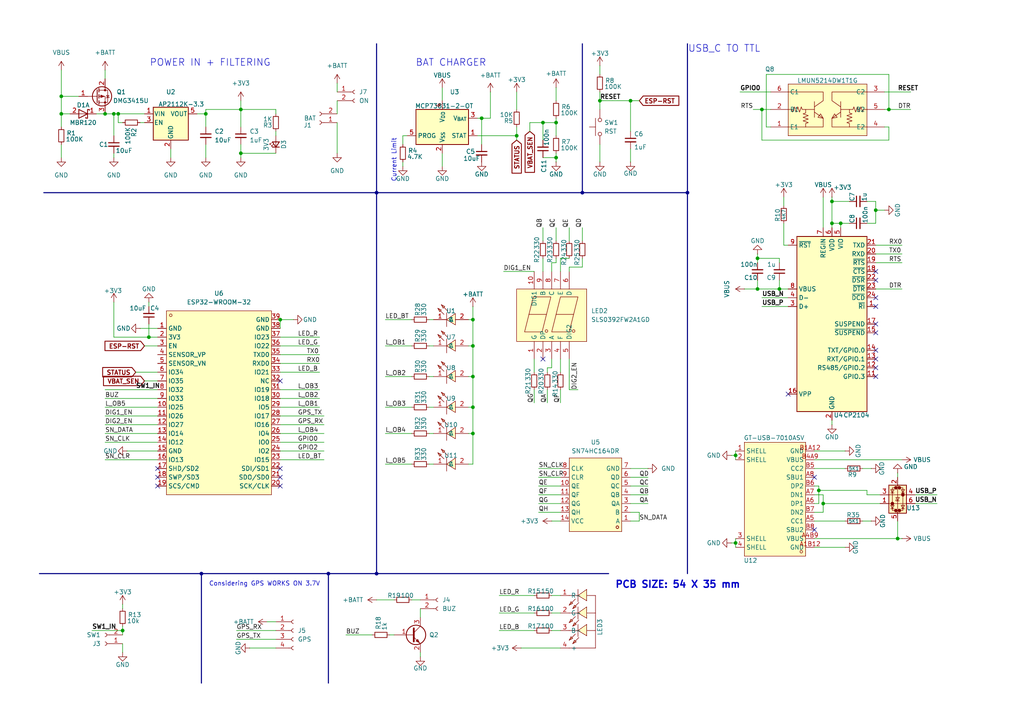
<source format=kicad_sch>
(kicad_sch (version 20231120) (generator "eeschema") (generator_version "8.0")
  (paper "A4")
  (junction (at 33.02 33.02))
  (junction (at 257.81 31.75))
  (junction (at 109.22 55.88))
  (junction (at 137.16 100.33))
  (junction (at 241.3 58.42))
  (junction (at 182.88 29.21))
  (junction (at 137.16 125.73))
  (junction (at 213.36 132.08))
  (junction (at 137.16 118.11))
  (junction (at 109.22 166.37))
  (junction (at 43.18 97.79))
  (junction (at 137.16 92.71))
  (junction (at 69.85 44.45))
  (junction (at 95.25 166.37))
  (junction (at 149.86 39.37))
  (junction (at 17.78 33.02))
  (junction (at 254 60.96))
  (junction (at 81.28 92.71))
  (junction (at 137.16 109.22))
  (junction (at 173.99 29.21))
  (junction (at 157.48 35.56))
  (junction (at 241.3 64.77))
  (junction (at 17.78 27.94))
  (junction (at 161.29 45.72))
  (junction (at 220.98 31.75))
  (junction (at 58.42 166.37))
  (junction (at 213.36 157.48))
  (junction (at 34.29 33.02))
  (junction (at 30.48 33.02))
  (junction (at 260.35 156.21))
  (junction (at 35.56 182.88))
  (junction (at 168.91 55.88))
  (junction (at 237.49 142.24))
  (junction (at 199.39 55.88))
  (junction (at 161.29 35.56))
  (junction (at 238.76 146.05))
  (junction (at 226.06 83.82))
  (junction (at 59.69 33.02))
  (junction (at 139.7 34.29))
  (junction (at 243.84 64.77))
  (junction (at 219.71 74.93))
  (junction (at 219.71 83.82))
  (junction (at 69.85 31.75))
  (no_connect (at 254 101.6))
  (no_connect (at 45.72 135.89))
  (no_connect (at 254 96.52))
  (no_connect (at 254 109.22))
  (no_connect (at 81.28 140.97))
  (no_connect (at 81.28 138.43))
  (no_connect (at 157.48 104.14))
  (no_connect (at 45.72 138.43))
  (no_connect (at 254 81.28))
  (no_connect (at 81.28 110.49))
  (no_connect (at 254 86.36))
  (no_connect (at 254 104.14))
  (no_connect (at 236.22 138.43))
  (no_connect (at 254 78.74))
  (no_connect (at 254 106.68))
  (no_connect (at 236.22 153.67))
  (no_connect (at 228.6 114.3))
  (no_connect (at 254 88.9))
  (no_connect (at 81.28 135.89))
  (no_connect (at 45.72 140.97))
  (no_connect (at 254 93.98))
  (wire (pts (xy 35.56 182.88) (xy 35.56 184.15)))
  (wire (pts (xy 162.56 74.93) (xy 165.1 74.93)))
  (wire (pts (xy 81.28 123.19) (xy 93.98 123.19)))
  (wire (pts (xy 121.92 176.53) (xy 121.92 179.07)))
  (wire (pts (xy 59.69 41.91) (xy 59.69 45.72)))
  (wire (pts (xy 160.02 182.88) (xy 162.56 182.88)))
  (wire (pts (xy 157.48 35.56) (xy 157.48 40.64)))
  (wire (pts (xy 251.46 143.51) (xy 255.27 143.51)))
  (wire (pts (xy 111.76 109.22) (xy 119.38 109.22)))
  (wire (pts (xy 97.79 24.13) (xy 97.79 26.67)))
  (wire (pts (xy 149.86 36.83) (xy 149.86 39.37)))
  (wire (pts (xy 36.83 130.81) (xy 45.72 130.81)))
  (wire (pts (xy 260.35 156.21) (xy 236.22 156.21)))
  (wire (pts (xy 124.46 92.71) (xy 125.73 92.71)))
  (wire (pts (xy 111.76 92.71) (xy 119.38 92.71)))
  (bus (pts (xy 109.22 166.37) (xy 176.53 166.37)))
  (wire (pts (xy 227.33 57.15) (xy 227.33 59.69)))
  (wire (pts (xy 257.81 40.64) (xy 220.98 40.64)))
  (wire (pts (xy 30.48 20.32) (xy 30.48 22.86)))
  (wire (pts (xy 142.24 34.29) (xy 139.7 34.29)))
  (wire (pts (xy 238.76 143.51) (xy 238.76 146.05)))
  (wire (pts (xy 237.49 140.97) (xy 236.22 140.97)))
  (wire (pts (xy 30.48 33.02) (xy 33.02 33.02)))
  (wire (pts (xy 213.36 158.75) (xy 213.36 157.48)))
  (wire (pts (xy 156.21 138.43) (xy 162.56 138.43)))
  (wire (pts (xy 161.29 66.04) (xy 161.29 69.85)))
  (wire (pts (xy 116.84 41.91) (xy 116.84 39.37)))
  (wire (pts (xy 162.56 113.03) (xy 162.56 116.84)))
  (wire (pts (xy 35.56 35.56) (xy 34.29 35.56)))
  (wire (pts (xy 26.67 182.88) (xy 35.56 182.88)))
  (wire (pts (xy 241.3 64.77) (xy 241.3 66.04)))
  (wire (pts (xy 182.88 143.51) (xy 187.96 143.51)))
  (wire (pts (xy 252.73 135.89) (xy 250.19 135.89)))
  (wire (pts (xy 228.6 86.36) (xy 220.98 86.36)))
  (wire (pts (xy 222.25 36.83) (xy 222.25 21.59)))
  (wire (pts (xy 236.22 143.51) (xy 238.76 143.51)))
  (wire (pts (xy 100.33 184.15) (xy 107.95 184.15)))
  (wire (pts (xy 40.64 35.56) (xy 41.91 35.56)))
  (wire (pts (xy 241.3 123.19) (xy 241.3 121.92)))
  (wire (pts (xy 43.18 87.63) (xy 43.18 88.9)))
  (wire (pts (xy 80.01 44.45) (xy 69.85 44.45)))
  (wire (pts (xy 220.98 31.75) (xy 220.98 40.64)))
  (wire (pts (xy 160.02 172.72) (xy 162.56 172.72)))
  (wire (pts (xy 30.48 125.73) (xy 45.72 125.73)))
  (wire (pts (xy 80.01 31.75) (xy 80.01 33.02)))
  (wire (pts (xy 219.71 83.82) (xy 226.06 83.82)))
  (wire (pts (xy 153.67 35.56) (xy 157.48 35.56)))
  (wire (pts (xy 182.88 135.89) (xy 187.96 135.89)))
  (wire (pts (xy 182.88 146.05) (xy 187.96 146.05)))
  (wire (pts (xy 256.54 60.96) (xy 254 60.96)))
  (bus (pts (xy 168.91 55.88) (xy 199.39 55.88)))
  (wire (pts (xy 81.28 92.71) (xy 85.09 92.71)))
  (wire (pts (xy 144.78 172.72) (xy 154.94 172.72)))
  (wire (pts (xy 185.42 151.13) (xy 182.88 151.13)))
  (wire (pts (xy 137.16 109.22) (xy 137.16 100.33)))
  (wire (pts (xy 156.21 148.59) (xy 162.56 148.59)))
  (wire (pts (xy 173.99 46.99) (xy 173.99 41.91)))
  (wire (pts (xy 213.36 157.48) (xy 212.09 157.48)))
  (wire (pts (xy 245.11 158.75) (xy 236.22 158.75)))
  (wire (pts (xy 271.78 143.51) (xy 265.43 143.51)))
  (wire (pts (xy 33.02 33.02) (xy 33.02 39.37)))
  (wire (pts (xy 17.78 33.02) (xy 20.32 33.02)))
  (wire (pts (xy 151.13 187.96) (xy 162.56 187.96)))
  (wire (pts (xy 158.75 113.03) (xy 158.75 116.84)))
  (wire (pts (xy 135.89 109.22) (xy 137.16 109.22)))
  (wire (pts (xy 30.48 113.03) (xy 45.72 113.03)))
  (wire (pts (xy 237.49 142.24) (xy 237.49 140.97)))
  (wire (pts (xy 135.89 118.11) (xy 137.16 118.11)))
  (wire (pts (xy 41.91 100.33) (xy 45.72 100.33)))
  (wire (pts (xy 160.02 78.74) (xy 160.02 76.2)))
  (wire (pts (xy 34.29 35.56) (xy 34.29 33.02)))
  (wire (pts (xy 59.69 31.75) (xy 59.69 33.02)))
  (wire (pts (xy 161.29 35.56) (xy 161.29 39.37)))
  (wire (pts (xy 135.89 134.62) (xy 137.16 134.62)))
  (wire (pts (xy 161.29 76.2) (xy 161.29 74.93)))
  (wire (pts (xy 228.6 88.9) (xy 220.98 88.9)))
  (wire (pts (xy 254 73.66) (xy 261.62 73.66)))
  (wire (pts (xy 30.48 118.11) (xy 45.72 118.11)))
  (wire (pts (xy 168.91 77.47) (xy 168.91 74.93)))
  (wire (pts (xy 222.25 21.59) (xy 257.81 21.59)))
  (wire (pts (xy 17.78 20.32) (xy 17.78 27.94)))
  (wire (pts (xy 245.11 135.89) (xy 236.22 135.89)))
  (wire (pts (xy 256.54 26.67) (xy 264.16 26.67)))
  (wire (pts (xy 69.85 45.72) (xy 69.85 44.45)))
  (wire (pts (xy 185.42 148.59) (xy 185.42 151.13)))
  (wire (pts (xy 81.28 118.11) (xy 92.71 118.11)))
  (wire (pts (xy 111.76 100.33) (xy 119.38 100.33)))
  (wire (pts (xy 69.85 29.21) (xy 69.85 31.75)))
  (wire (pts (xy 182.88 148.59) (xy 185.42 148.59)))
  (wire (pts (xy 111.76 134.62) (xy 119.38 134.62)))
  (wire (pts (xy 241.3 64.77) (xy 243.84 64.77)))
  (bus (pts (xy 109.22 12.7) (xy 109.22 55.88)))
  (wire (pts (xy 238.76 146.05) (xy 238.76 148.59)))
  (bus (pts (xy 58.42 166.37) (xy 58.42 198.12)))
  (wire (pts (xy 226.06 76.2) (xy 226.06 74.93)))
  (bus (pts (xy 109.22 55.88) (xy 168.91 55.88)))
  (wire (pts (xy 30.48 133.35) (xy 45.72 133.35)))
  (wire (pts (xy 124.46 125.73) (xy 125.73 125.73)))
  (wire (pts (xy 257.81 31.75) (xy 264.16 31.75)))
  (wire (pts (xy 160.02 106.68) (xy 160.02 104.14)))
  (wire (pts (xy 49.53 43.18) (xy 49.53 45.72)))
  (wire (pts (xy 165.1 66.04) (xy 165.1 69.85)))
  (wire (pts (xy 271.78 146.05) (xy 265.43 146.05)))
  (wire (pts (xy 144.78 177.8) (xy 154.94 177.8)))
  (wire (pts (xy 228.6 71.12) (xy 227.33 71.12)))
  (wire (pts (xy 128.27 25.4) (xy 128.27 29.21)))
  (wire (pts (xy 161.29 34.29) (xy 161.29 35.56)))
  (wire (pts (xy 165.1 78.74) (xy 165.1 77.47)))
  (wire (pts (xy 161.29 44.45) (xy 161.29 45.72)))
  (wire (pts (xy 30.48 128.27) (xy 45.72 128.27)))
  (wire (pts (xy 153.67 38.1) (xy 153.67 35.56)))
  (wire (pts (xy 213.36 132.08) (xy 212.09 132.08)))
  (wire (pts (xy 260.35 156.21) (xy 260.35 151.13)))
  (wire (pts (xy 121.92 190.5) (xy 121.92 189.23)))
  (wire (pts (xy 182.88 138.43) (xy 187.96 138.43)))
  (wire (pts (xy 254 83.82) (xy 261.62 83.82)))
  (wire (pts (xy 81.28 133.35) (xy 93.98 133.35)))
  (wire (pts (xy 162.56 104.14) (xy 162.56 107.95)))
  (wire (pts (xy 81.28 120.65) (xy 93.98 120.65)))
  (wire (pts (xy 173.99 19.05) (xy 173.99 21.59)))
  (wire (pts (xy 260.35 137.16) (xy 260.35 138.43)))
  (wire (pts (xy 173.99 29.21) (xy 182.88 29.21)))
  (wire (pts (xy 257.81 36.83) (xy 257.81 40.64)))
  (wire (pts (xy 218.44 31.75) (xy 220.98 31.75)))
  (wire (pts (xy 157.48 35.56) (xy 161.29 35.56)))
  (wire (pts (xy 256.54 31.75) (xy 257.81 31.75)))
  (wire (pts (xy 43.18 97.79) (xy 45.72 97.79)))
  (bus (pts (xy 95.25 166.37) (xy 95.25 198.12)))
  (wire (pts (xy 81.28 125.73) (xy 93.98 125.73)))
  (wire (pts (xy 213.36 133.35) (xy 213.36 132.08)))
  (wire (pts (xy 226.06 81.28) (xy 226.06 83.82)))
  (wire (pts (xy 165.1 104.14) (xy 165.1 113.03)))
  (wire (pts (xy 41.91 110.49) (xy 45.72 110.49)))
  (wire (pts (xy 81.28 92.71) (xy 81.28 95.25)))
  (wire (pts (xy 144.78 182.88) (xy 154.94 182.88)))
  (wire (pts (xy 238.76 148.59) (xy 236.22 148.59)))
  (wire (pts (xy 213.36 157.48) (xy 213.36 156.21)))
  (wire (pts (xy 160.02 76.2) (xy 161.29 76.2)))
  (wire (pts (xy 226.06 74.93) (xy 219.71 74.93)))
  (wire (pts (xy 81.28 97.79) (xy 92.71 97.79)))
  (wire (pts (xy 182.88 29.21) (xy 185.42 29.21)))
  (wire (pts (xy 57.15 33.02) (xy 59.69 33.02)))
  (wire (pts (xy 213.36 132.08) (xy 213.36 130.81)))
  (wire (pts (xy 124.46 118.11) (xy 125.73 118.11)))
  (wire (pts (xy 81.28 105.41) (xy 92.71 105.41)))
  (bus (pts (xy 58.42 166.37) (xy 95.25 166.37)))
  (wire (pts (xy 245.11 130.81) (xy 236.22 130.81)))
  (wire (pts (xy 43.18 93.98) (xy 43.18 97.79)))
  (wire (pts (xy 238.76 57.15) (xy 238.76 66.04)))
  (wire (pts (xy 158.75 106.68) (xy 160.02 106.68)))
  (bus (pts (xy 199.39 12.7) (xy 199.39 55.88)))
  (wire (pts (xy 128.27 48.26) (xy 128.27 44.45)))
  (wire (pts (xy 124.46 134.62) (xy 125.73 134.62)))
  (wire (pts (xy 137.16 88.9) (xy 137.16 92.71)))
  (wire (pts (xy 80.01 39.37) (xy 80.01 38.1)))
  (wire (pts (xy 30.48 120.65) (xy 45.72 120.65)))
  (wire (pts (xy 241.3 57.15) (xy 241.3 58.42)))
  (wire (pts (xy 17.78 27.94) (xy 17.78 33.02)))
  (wire (pts (xy 30.48 115.57) (xy 45.72 115.57)))
  (wire (pts (xy 69.85 44.45) (xy 69.85 41.91)))
  (wire (pts (xy 137.16 118.11) (xy 137.16 109.22)))
  (wire (pts (xy 182.88 43.18) (xy 182.88 46.99)))
  (wire (pts (xy 227.33 71.12) (xy 227.33 64.77)))
  (wire (pts (xy 173.99 26.67) (xy 173.99 29.21)))
  (wire (pts (xy 40.64 95.25) (xy 45.72 95.25)))
  (wire (pts (xy 109.22 173.99) (xy 114.3 173.99)))
  (bus (pts (xy 199.39 55.88) (xy 199.39 166.37)))
  (wire (pts (xy 154.94 104.14) (xy 154.94 107.95)))
  (bus (pts (xy 11.43 166.37) (xy 58.42 166.37)))
  (wire (pts (xy 156.21 146.05) (xy 162.56 146.05)))
  (wire (pts (xy 34.29 33.02) (xy 41.91 33.02)))
  (wire (pts (xy 223.52 36.83) (xy 222.25 36.83)))
  (wire (pts (xy 146.05 78.74) (xy 154.94 78.74)))
  (wire (pts (xy 237.49 146.05) (xy 237.49 142.24)))
  (wire (pts (xy 39.37 107.95) (xy 45.72 107.95)))
  (wire (pts (xy 219.71 74.93) (xy 219.71 76.2)))
  (wire (pts (xy 81.28 130.81) (xy 93.98 130.81)))
  (wire (pts (xy 156.21 135.89) (xy 162.56 135.89)))
  (wire (pts (xy 261.62 133.35) (xy 236.22 133.35)))
  (wire (pts (xy 113.03 184.15) (xy 114.3 184.15)))
  (wire (pts (xy 165.1 77.47) (xy 168.91 77.47)))
  (wire (pts (xy 182.88 29.21) (xy 182.88 38.1)))
  (wire (pts (xy 81.28 128.27) (xy 93.98 128.27)))
  (wire (pts (xy 156.21 143.51) (xy 162.56 143.51)))
  (wire (pts (xy 116.84 39.37) (xy 118.11 39.37)))
  (wire (pts (xy 30.48 123.19) (xy 45.72 123.19)))
  (wire (pts (xy 236.22 146.05) (xy 237.49 146.05)))
  (wire (pts (xy 81.28 100.33) (xy 92.71 100.33)))
  (wire (pts (xy 33.02 45.72) (xy 33.02 44.45)))
  (wire (pts (xy 124.46 109.22) (xy 125.73 109.22)))
  (wire (pts (xy 156.21 140.97) (xy 162.56 140.97)))
  (wire (pts (xy 254 76.2) (xy 261.62 76.2)))
  (wire (pts (xy 243.84 64.77) (xy 246.38 64.77)))
  (wire (pts (xy 139.7 34.29) (xy 139.7 41.91)))
  (bus (pts (xy 109.22 55.88) (xy 109.22 166.37)))
  (wire (pts (xy 142.24 26.67) (xy 142.24 34.29)))
  (wire (pts (xy 165.1 113.03) (xy 167.64 113.03)))
  (wire (pts (xy 219.71 73.66) (xy 219.71 74.93)))
  (wire (pts (xy 35.56 175.26) (xy 35.56 176.53)))
  (wire (pts (xy 68.58 185.42) (xy 80.01 185.42)))
  (wire (pts (xy 35.56 181.61) (xy 35.56 182.88)))
  (wire (pts (xy 226.06 83.82) (xy 228.6 83.82)))
  (wire (pts (xy 261.62 156.21) (xy 260.35 156.21)))
  (wire (pts (xy 81.28 113.03) (xy 92.71 113.03)))
  (bus (pts (xy 95.25 166.37) (xy 109.22 166.37)))
  (wire (pts (xy 137.16 100.33) (xy 137.16 92.71)))
  (wire (pts (xy 68.58 182.88) (xy 80.01 182.88)))
  (wire (pts (xy 69.85 31.75) (xy 80.01 31.75)))
  (wire (pts (xy 254 71.12) (xy 261.62 71.12)))
  (wire (pts (xy 182.88 140.97) (xy 187.96 140.97)))
  (wire (pts (xy 168.91 66.04) (xy 168.91 69.85)))
  (wire (pts (xy 135.89 125.73) (xy 137.16 125.73)))
  (bus (pts (xy 168.91 12.7) (xy 168.91 55.88)))
  (wire (pts (xy 158.75 107.95) (xy 158.75 106.68)))
  (wire (pts (xy 17.78 33.02) (xy 17.78 36.83)))
  (wire (pts (xy 173.99 29.21) (xy 173.99 31.75)))
  (wire (pts (xy 160.02 177.8) (xy 162.56 177.8)))
  (wire (pts (xy 161.29 45.72) (xy 161.29 46.99)))
  (wire (pts (xy 161.29 25.4) (xy 161.29 29.21)))
  (wire (pts (xy 219.71 81.28) (xy 219.71 83.82)))
  (wire (pts (xy 59.69 33.02) (xy 59.69 36.83)))
  (wire (pts (xy 243.84 66.04) (xy 243.84 64.77)))
  (wire (pts (xy 116.84 48.26) (xy 116.84 46.99)))
  (wire (pts (xy 254 58.42) (xy 251.46 58.42)))
  (bus (pts (xy 12.7 55.88) (xy 109.22 55.88)))
  (wire (pts (xy 138.43 39.37) (xy 149.86 39.37)))
  (wire (pts (xy 220.98 31.75) (xy 223.52 31.75)))
  (wire (pts (xy 69.85 31.75) (xy 69.85 36.83)))
  (wire (pts (xy 154.94 113.03) (xy 154.94 116.84)))
  (wire (pts (xy 241.3 58.42) (xy 246.38 58.42)))
  (wire (pts (xy 72.39 187.96) (xy 80.01 187.96)))
  (wire (pts (xy 81.28 107.95) (xy 92.71 107.95)))
  (wire (pts (xy 251.46 142.24) (xy 251.46 143.51)))
  (wire (pts (xy 160.02 151.13) (xy 162.56 151.13)))
  (wire (pts (xy 33.02 97.79) (xy 43.18 97.79)))
  (wire (pts (xy 69.85 31.75) (xy 59.69 31.75)))
  (wire (pts (xy 223.52 26.67) (xy 214.63 26.67)))
  (wire (pts (xy 254 60.96) (xy 254 58.42)))
  (wire (pts (xy 162.56 78.74) (xy 162.56 74.93)))
  (wire (pts (xy 97.79 29.21) (xy 97.79 33.02)))
  (wire (pts (xy 149.86 40.64) (xy 149.86 39.37)))
  (wire (pts (xy 33.02 87.63) (xy 33.02 97.79)))
  (wire (pts (xy 257.81 21.59) (xy 257.81 31.75)))
  (wire (pts (xy 97.79 44.45) (xy 97.79 35.56)))
  (wire (pts (xy 124.46 100.33) (xy 125.73 100.33)))
  (wire (pts (xy 81.28 102.87) (xy 92.71 102.87)))
  (wire (pts (xy 252.73 151.13) (xy 250.19 151.13)))
  (wire (pts (xy 119.38 173.99) (xy 121.92 173.99)))
  (wire (pts (xy 137.16 134.62) (xy 137.16 125.73)))
  (wire (pts (xy 139.7 34.29) (xy 138.43 34.29)))
  (wire (pts (xy 111.76 118.11) (xy 119.38 118.11)))
  (wire (pts (xy 251.46 64.77) (xy 254 64.77)))
  (wire (pts (xy 255.27 146.05) (xy 238.76 146.05)))
  (wire (pts (xy 27.94 33.02) (xy 30.48 33.02)))
  (wire (pts (xy 33.02 33.02) (xy 34.29 33.02)))
  (wire (pts (xy 137.16 92.71) (xy 135.89 92.71)))
  (wire (pts (xy 157.48 74.93) (xy 157.48 78.74)))
  (wire (pts (xy 256.54 36.83) (xy 257.81 36.83)))
  (wire (pts (xy 17.78 45.72) (xy 17.78 41.91)))
  (wire (pts (xy 157.48 66.04) (xy 157.48 69.85)))
  (wire (pts (xy 149.86 26.67) (xy 149.86 31.75)))
  (wire (pts (xy 237.49 142.24) (xy 251.46 142.24)))
  (wire (pts (xy 137.16 125.73) (xy 137.16 118.11)))
  (wire (pts (xy 35.56 186.69) (xy 35.56 189.23)))
  (wire (pts (xy 157.48 45.72) (xy 161.29 45.72)))
  (wire (pts (xy 22.86 27.94) (xy 17.78 27.94)))
  (wire (pts (xy 241.3 58.42) (xy 241.3 64.77)))
  (wire (pts (xy 111.76 125.73) (xy 119.38 125.73)))
  (wire (pts (xy 135.89 100.33) (xy 137.16 100.33)))
  (wire (pts (xy 254 64.77) (xy 254 60.96)))
  (wire (pts (xy 215.9 83.82) (xy 219.71 83.82)))
  (wire (pts (xy 81.28 115.57) (xy 92.71 115.57)))
  (wire (pts (xy 245.11 151.13) (xy 236.22 151.13)))
  (wire (pts (xy 77.47 180.34) (xy 80.01 180.34)))
  (text "PCB SIZE: 54 X 35 mm" (at 196.596 169.672 0) (effects (font (size 2 2) (thickness 0.4) (bold yes))))
  (text "Current Limit" (at 114.3 46.482 90) (effects (font (size 1.27 1.27))))
  (text "USB_C TO TTL" (at 210.058 14.224 0) (effects (font (size 2 2))))
  (text "Considering GPS WORKS ON 3.7V " (at 77.216 169.418 0) (effects (font (size 1.27 1.27))))
  (text "BAT CHARGER" (at 130.81 18.288 0) (effects (font (size 2 2))))
  (text "POWER IN + FILTERING" (at 60.96 18.288 0) (effects (font (size 2 2))))
  (label "L_OB4" (at 86.36 125.73 0))
  (label "GPS_RX" (at 68.58 182.88 0))
  (label "GPIO0" (at 86.36 128.27 0))
  (label "L_OB1" (at 86.36 118.11 0))
  (label "LED_G" (at 86.36 100.33 0))
  (label "USB_N" (at 220.98 86.36 0) (effects (font (bold yes))))
  (label "RX0" (at 257.81 71.12 0))
  (label "L_OB5" (at 111.76 134.62 0))
  (label "SN_DATA" (at 185.42 151.13 0))
  (label "DIG1_EN" (at 30.48 120.65 0))
  (label "DIG2_EN" (at 167.64 113.03 90))
  (label "SN_CLR" (at 156.21 138.43 0))
  (label "L_OB2" (at 86.36 115.57 0))
  (label "QB" (at 157.48 66.04 90))
  (label "SW1_IN" (at 26.67 182.88 0) (effects (font (bold yes))))
  (label "SW1_IN" (at 39.37 113.03 0) (effects (font (bold yes))))
  (label "GPS_TX" (at 68.58 185.42 0))
  (label "L_OB3" (at 111.76 118.11 0))
  (label "QC" (at 185.42 140.97 0))
  (label "BUZ" (at 100.33 184.15 0))
  (label "L_OB1" (at 111.76 100.33 0))
  (label "QG" (at 154.94 116.84 90))
  (label "QA" (at 158.75 116.84 90))
  (label "USB_P" (at 220.98 88.9 0) (effects (font (bold yes))))
  (label "LED_R" (at 144.78 172.72 0))
  (label "L_OB3" (at 86.36 113.03 0))
  (label "USB_P" (at 271.78 143.51 180) (effects (font (bold yes))))
  (label "GPIO0" (at 214.63 26.67 0) (effects (font (bold yes))))
  (label "LED_BT" (at 111.76 92.71 0))
  (label "QH" (at 156.21 148.59 0))
  (label "RTS" (at 218.44 31.75 180))
  (label "QD" (at 185.42 138.43 0))
  (label "QB" (at 185.42 143.51 0))
  (label "QA" (at 185.42 146.05 0))
  (label "DIG1_EN" (at 146.05 78.74 0))
  (label "LED_R" (at 86.36 97.79 0))
  (label "L_OB5" (at 30.48 118.11 0))
  (label "LED_B" (at 86.36 107.95 0))
  (label "USB_N" (at 271.78 146.05 180) (effects (font (bold yes))))
  (label "RESET" (at 260.35 26.67 0) (effects (font (bold yes))))
  (label "QG" (at 156.21 146.05 0))
  (label "GPIO2" (at 86.36 130.81 0))
  (label "RESET" (at 173.99 29.21 0) (effects (font (bold yes))))
  (label "DTR" (at 264.16 31.75 180))
  (label "GPS_TX" (at 86.36 120.65 0))
  (label "LED_G" (at 144.78 177.8 0))
  (label "SN_CLK" (at 156.21 135.89 0))
  (label "SN_DATA" (at 30.48 125.73 0))
  (label "LED_B" (at 144.78 182.88 0))
  (label "QF" (at 156.21 143.51 0))
  (label "RTS" (at 257.81 76.2 0))
  (label "BUZ" (at 30.48 115.57 0))
  (label "QC" (at 161.29 66.04 90))
  (label "SN_CLK" (at 30.48 128.27 0))
  (label "TX0" (at 257.81 73.66 0))
  (label "LED_BT" (at 86.36 133.35 0))
  (label "QE" (at 156.21 140.97 0))
  (label "DIG2_EN" (at 30.48 123.19 0))
  (label "RX0" (at 88.9 105.41 0))
  (label "L_OB4" (at 111.76 125.73 0))
  (label "QF" (at 162.56 116.84 90))
  (label "QD" (at 168.91 66.04 90))
  (label "TX0" (at 88.9 102.87 0))
  (label "SN_CLR" (at 30.48 133.35 0))
  (label "DTR" (at 257.81 83.82 0))
  (label "GPS_RX" (at 86.36 123.19 0))
  (label "QE" (at 165.1 66.04 90))
  (label "L_OB2" (at 111.76 109.22 0))
  (global_label "STATUS" (shape input) (at 39.37 107.95 180) (effects (font (bold yes))) (property "Intersheetrefs" "${INTERSHEET_REFS}" (effects (hide yes))))
  (global_label "STATUS" (shape input) (at 149.86 40.64 270) (effects (font (bold yes))) (property "Intersheetrefs" "${INTERSHEET_REFS}" (effects (hide yes))))
  (global_label "VBAT_SEN" (shape input) (at 153.67 38.1 270) (effects (font (bold yes))) (property "Intersheetrefs" "${INTERSHEET_REFS}" (effects (hide yes))))
  (global_label "ESP-RST" (shape input) (at 185.42 29.21 0) (effects (font (bold yes))) (property "Intersheetrefs" "${INTERSHEET_REFS}" (effects (hide yes))))
  (global_label "ESP-RST" (shape input) (at 41.91 100.33 180) (effects (font (bold yes))) (property "Intersheetrefs" "${INTERSHEET_REFS}" (effects (hide yes))))
  (global_label "VBAT_SEN" (shape input) (at 41.91 110.49 180) (effects (font (bold yes))) (property "Intersheetrefs" "${INTERSHEET_REFS}" (effects (hide yes))))
  (symbol (lib_id "Device:C_Small") (at 182.88 40.64 0) (unit 1)
    (property "Reference" "C6" (at 183.896 38.862 0) (effects (justify left)))
    (property "Value" "1uF" (at 183.896 42.672 0) (effects (justify left)))
    (property "Footprint" "Capacitor_SMD:C_0402_1005Metric" (effects (hide yes)))
    (property "Description" "Unpolarized capacitor, small symbol" (effects (hide yes)))
  )
  (symbol (lib_id "Device:R_Small") (at 154.94 110.49 180) (unit 1)
    (property "Reference" "R21" (at 153.162 110.49 90) (effects (justify left)))
    (property "Value" "330" (at 153.162 106.68 90) (effects (justify left)))
    (property "Footprint" "Resistor_SMD:R_0402_1005Metric_Pad0.72x0.64mm_HandSolder" (effects (hide yes)))
    (property "Description" "Resistor, small symbol" (effects (hide yes)))
  )
  (symbol (lib_id "easyeda2kicad:APTD3216SECK") (at 130.81 92.71 0) (unit 1)
    (property "Reference" "U1" (at 130.81 90.17 0))
    (property "Value" "APTD3216SECK" (effects (hide yes)))
    (property "Footprint" "easyeda2kicad:LED1206-RD" (effects (hide yes)))
    (property "LCSC Part" "C5569593" (effects (hide yes)))
  )
  (symbol (lib_id "Device:C_Small") (at 59.69 39.37 0) (unit 1)
    (property "Reference" "C2" (at 62.23 38.1062 0) (effects (justify left)))
    (property "Value" "10uF" (at 62.23 40.6462 0) (effects (justify left)))
    (property "Footprint" "Capacitor_SMD:C_0402_1005Metric" (effects (hide yes)))
    (property "Description" "Unpolarized capacitor, small symbol" (effects (hide yes)))
  )
  (symbol (lib_id "Device:R_Small") (at 116.84 44.45 0) (unit 1)
    (property "Reference" "R4" (at 118.364 43.688 0) (effects (justify left)))
    (property "Value" "4.7K" (at 118.11 45.466 0) (effects (justify left)))
    (property "Footprint" "Resistor_SMD:R_0402_1005Metric_Pad0.72x0.64mm_HandSolder" (effects (hide yes)))
    (property "Description" "Resistor, small symbol" (effects (hide yes)))
  )
  (symbol (lib_id "power:+3V3") (at 33.02 87.63 0) (unit 1)
    (property "Reference" "#PWR049" (effects (hide yes)))
    (property "Value" "+3V3" (at 32.766 84.328 0))
    (property "Description" "Power symbol creates a global label with name \"+3V3\"" (effects (hide yes)))
  )
  (symbol (lib_id "power:GND") (at 69.85 45.72 0) (unit 1)
    (property "Reference" "#PWR012" (effects (hide yes)))
    (property "Value" "GND" (at 69.85 50.8 0))
    (property "Description" "Power symbol creates a global label with name \"GND\" , ground" (effects (hide yes)))
  )
  (symbol (lib_id "power:VBUS") (at 238.76 57.15 0) (unit 1)
    (property "Reference" "#PWR032" (effects (hide yes)))
    (property "Value" "VBUS" (at 238.76 53.594 0))
    (property "Description" "Power symbol creates a global label with name \"VBUS\"" (effects (hide yes)))
  )
  (symbol (lib_id "power:GND") (at 245.11 130.81 90) (unit 1)
    (property "Reference" "#PWR047" (effects (hide yes)))
    (property "Value" "GND" (at 248.92 132.842 0) (effects (justify left)))
  )
  (symbol (lib_id "Device:R_Small") (at 121.92 92.71 90) (unit 1)
    (property "Reference" "R28" (at 121.158 91.694 0) (effects (justify left)))
    (property "Value" "330" (at 122.936 91.694 0) (effects (justify left)))
    (property "Footprint" "Resistor_SMD:R_0402_1005Metric_Pad0.72x0.64mm_HandSolder" (effects (hide yes)))
    (property "Description" "Resistor, small symbol" (effects (hide yes)))
  )
  (symbol (lib_id "power:GND") (at 36.83 130.81 270) (unit 1)
    (property "Reference" "#PWR051" (effects (hide yes)))
    (property "Value" "GND" (at 29.972 130.81 90) (effects (justify left)))
  )
  (symbol (lib_id "Device:Q_PMOS_GDS") (at 27.94 27.94 0) (unit 1)
    (property "Reference" "Q1" (at 33.782 26.67 0) (effects (justify left)))
    (property "Value" "DMG3415U" (at 32.766 29.21 0) (effects (justify left)))
    (property "Footprint" "Package_TO_SOT_SMD:SOT-23" (effects (hide yes)))
    (property "Description" "P-MOSFET transistor, gate/drain/source" (effects (hide yes)))
    (property "LCSC " "C96616" (effects (hide yes)))
  )
  (symbol (lib_id "power:GND") (at 212.09 132.08 270) (unit 1)
    (property "Reference" "#PWR039" (effects (hide yes)))
    (property "Value" "GND" (at 204.978 132.08 90) (effects (justify left)))
  )
  (symbol (lib_id "Device:R_Small") (at 173.99 24.13 0) (unit 1)
    (property "Reference" "R8" (at 175.514 23.368 0) (effects (justify left)))
    (property "Value" "100K" (at 175.26 25.146 0) (effects (justify left)))
    (property "Footprint" "Resistor_SMD:R_0402_1005Metric_Pad0.72x0.64mm_HandSolder" (effects (hide yes)))
    (property "Description" "Resistor, small symbol" (effects (hide yes)))
  )
  (symbol (lib_id "power:GND") (at 212.09 157.48 270) (unit 1)
    (property "Reference" "#PWR023" (effects (hide yes)))
    (property "Value" "GND" (at 204.978 157.48 90) (effects (justify left)))
  )
  (symbol (lib_id "power:GND") (at 33.02 45.72 0) (unit 1)
    (property "Reference" "#PWR07" (effects (hide yes)))
    (property "Value" "GND" (at 33.02 50.8 0))
    (property "Description" "Power symbol creates a global label with name \"GND\" , ground" (effects (hide yes)))
  )
  (symbol (lib_id "Device:R_Small") (at 121.92 100.33 90) (unit 1)
    (property "Reference" "R29" (at 121.158 99.314 0) (effects (justify left)))
    (property "Value" "330" (at 122.936 99.314 0) (effects (justify left)))
    (property "Footprint" "Resistor_SMD:R_0402_1005Metric_Pad0.72x0.64mm_HandSolder" (effects (hide yes)))
    (property "Description" "Resistor, small symbol" (effects (hide yes)))
  )
  (symbol (lib_id "Device:R_Small") (at 80.01 35.56 180) (unit 1)
    (property "Reference" "R3" (at 78.994 36.322 0) (effects (justify left)))
    (property "Value" "1K" (at 78.994 34.544 0) (effects (justify left)))
    (property "Footprint" "Resistor_SMD:R_0402_1005Metric_Pad0.72x0.64mm_HandSolder" (effects (hide yes)))
    (property "Description" "Resistor, small symbol" (effects (hide yes)))
  )
  (symbol (lib_id "Device:C_Small") (at 248.92 58.42 90) (unit 1)
    (property "Reference" "C7" (at 247.142 58.42 0) (effects (justify left)))
    (property "Value" "1u" (at 250.698 58.42 0) (effects (justify left)))
    (property "Footprint" "Capacitor_SMD:C_0402_1005Metric" (effects (hide yes)))
    (property "Description" "Unpolarized capacitor, small symbol" (effects (hide yes)))
  )
  (symbol (lib_id "Device:R_Small") (at 121.92 125.73 90) (unit 1)
    (property "Reference" "R32" (at 121.158 124.714 0) (effects (justify left)))
    (property "Value" "330" (at 122.936 124.714 0) (effects (justify left)))
    (property "Footprint" "Resistor_SMD:R_0402_1005Metric_Pad0.72x0.64mm_HandSolder" (effects (hide yes)))
    (property "Description" "Resistor, small symbol" (effects (hide yes)))
  )
  (symbol (lib_id "easyeda2kicad:APTD3216SECK") (at 130.81 100.33 0) (unit 1)
    (property "Reference" "U7" (at 130.81 97.79 0))
    (property "Value" "APTD3216SECK" (effects (hide yes)))
    (property "Footprint" "easyeda2kicad:LED1206-RD" (effects (hide yes)))
    (property "LCSC Part" "C5879029" (effects (hide yes)))
  )
  (symbol (lib_id "Device:R_Small") (at 157.48 182.88 90) (unit 1)
    (property "Reference" "R17" (at 154.94 181.61 90))
    (property "Value" "100" (at 158.75 181.61 90))
    (property "Footprint" "Resistor_SMD:R_0402_1005Metric" (effects (hide yes)))
    (property "LCSC" "C186115" (effects (hide yes)))
  )
  (symbol (lib_id "power:GND") (at 17.78 45.72 0) (unit 1)
    (property "Reference" "#PWR02" (effects (hide yes)))
    (property "Value" "GND" (at 17.78 50.8 0))
    (property "Description" "Power symbol creates a global label with name \"GND\" , ground" (effects (hide yes)))
  )
  (symbol (lib_id "Device:R_Small") (at 157.48 177.8 90) (unit 1)
    (property "Reference" "R16" (at 154.94 176.53 90))
    (property "Value" "100" (at 158.75 176.53 90))
    (property "Footprint" "Resistor_SMD:R_0402_1005Metric" (effects (hide yes)))
    (property "LCSC" "C186115" (effects (hide yes)))
  )
  (symbol (lib_id "power:VBUS") (at 261.62 156.21 270) (unit 1)
    (property "Reference" "#PWR055" (effects (hide yes)))
    (property "Value" "VBUS" (at 267.462 156.21 90))
    (property "Description" "Power symbol creates a global label with name \"VBUS\"" (effects (hide yes)))
  )
  (symbol (lib_id "power:VBUS") (at 261.62 133.35 270) (unit 1)
    (property "Reference" "#PWR056" (effects (hide yes)))
    (property "Value" "VBUS" (at 267.462 133.35 90))
    (property "Description" "Power symbol creates a global label with name \"VBUS\"" (effects (hide yes)))
  )
  (symbol (lib_id "power:GND") (at 121.92 190.5 0) (unit 1)
    (property "Reference" "#PWR04" (effects (hide yes)))
    (property "Value" "GND" (at 121.92 193.802 0))
    (property "Description" "Power symbol creates a global label with name \"GND\" , ground" (effects (hide yes)))
  )
  (symbol (lib_id "power:VBUS") (at 215.9 83.82 90) (unit 1)
    (property "Reference" "#PWR033" (effects (hide yes)))
    (property "Value" "VBUS" (at 210.82 83.82 0))
    (property "Description" "Power symbol creates a global label with name \"VBUS\"" (effects (hide yes)))
  )
  (symbol (lib_id "power:GND") (at 49.53 45.72 0) (unit 1)
    (property "Reference" "#PWR08" (effects (hide yes)))
    (property "Value" "GND" (at 49.53 50.8 0))
    (property "Description" "Power symbol creates a global label with name \"GND\" , ground" (effects (hide yes)))
  )
  (symbol (lib_id "power:+BATT") (at 97.79 24.13 0) (unit 1)
    (property "Reference" "#PWR016" (effects (hide yes)))
    (property "Value" "+BATT" (at 97.79 19.05 0))
    (property "Description" "Power symbol creates a global label with name \"+BATT\"" (effects (hide yes)))
  )
  (symbol (lib_id "Connector:Conn_01x04_Socket") (at 85.09 182.88 0) (unit 1)
    (property "Reference" "J5" (at 86.36 182.8799 0) (effects (justify left)))
    (property "Value" "GPS" (at 86.36 185.4199 0) (effects (justify left)))
    (property "Footprint" "Connector_PinSocket_2.54mm:PinSocket_1x04_P2.54mm_Vertical" (effects (hide yes)))
    (property "Description" "Generic connector, single row, 01x04, script generated" (effects (hide yes)))
  )
  (symbol (lib_id "easyeda2kicad:SN74HC164DR") (at 172.72 143.51 180) (unit 1)
    (property "Reference" "U5" (at 172.72 128.27 0))
    (property "Value" "SN74HC164DR" (at 172.72 130.81 0))
    (property "Footprint" "easyeda2kicad:SOIC-14_L8.7-W3.9-P1.27-LS6.0-BL" (effects (hide yes)))
    (property "Datasheet" "https://lcsc.com/product-detail/74-Series_TI_SN74HC164DR_SN74HC164DR_C5419.html" (effects (hide yes)))
    (property "LCSC Part" "C5419" (effects (hide yes)))
  )
  (symbol (lib_id "Device:R_Small") (at 247.65 135.89 270) (unit 1)
    (property "Reference" "R9" (at 245.872 137.668 90) (effects (justify left)))
    (property "Value" "5K1" (at 246.126 135.89 90) (effects (font (size 1 1)) (justify left)))
    (property "Footprint" "Resistor_SMD:R_0402_1005Metric_Pad0.72x0.64mm_HandSolder" (effects (hide yes)))
    (property "Description" "Resistor, small symbol" (effects (hide yes)))
  )
  (symbol (lib_id "Device:LED_Small") (at 80.01 41.91 90) (unit 1)
    (property "Reference" "D3" (at 82.296 41.91 0))
    (property "Value" "3V3" (at 77.216 41.91 0))
    (property "Footprint" "LED_SMD:LED_0402_1005Metric" (effects (hide yes)))
    (property "Description" "Light emitting diode, small symbol" (effects (hide yes)))
  )
  (symbol (lib_id "easyeda2kicad:19-037A_RSGHBHW1-S03_2T") (at 167.64 180.34 270) (unit 1)
    (property "Reference" "LED3" (at 173.99 179.4499 0) (effects (justify left)))
    (property "Value" "19-037A/RSGHBHW1-S03/2T" (effects (hide yes)))
    (property "Footprint" "easyeda2kicad:LED-ARRAY-SMD_4P-L1.6-W1.6-TR_EVERLIGHT_RSGHBHW1-S03" (effects (hide yes)))
    (property "Datasheet" "https://lcsc.com/product-detail/Others_Everlight-Elec-19-037A-RSGHBHW1-S03-2T_C282128.html" (effects (hide yes)))
    (property "LCSC Part" "C282128" (effects (hide yes)))
  )
  (symbol (lib_id "power:GND") (at 40.64 95.25 270) (unit 1)
    (property "Reference" "#PWR050" (effects (hide yes)))
    (property "Value" "GND" (at 33.782 95.25 90) (effects (justify left)))
  )
  (symbol (lib_id "Device:R_Small") (at 121.92 118.11 90) (unit 1)
    (property "Reference" "R31" (at 121.158 117.094 0) (effects (justify left)))
    (property "Value" "330" (at 122.936 117.094 0) (effects (justify left)))
    (property "Footprint" "Resistor_SMD:R_0402_1005Metric_Pad0.72x0.64mm_HandSolder" (effects (hide yes)))
    (property "Description" "Resistor, small symbol" (effects (hide yes)))
  )
  (symbol (lib_id "power:+BATT") (at 161.29 25.4 0) (unit 1)
    (property "Reference" "#PWR024" (effects (hide yes)))
    (property "Value" "+BATT" (at 161.29 21.336 0))
    (property "Description" "Power symbol creates a global label with name \"+BATT\"" (effects (hide yes)))
  )
  (symbol (lib_id "Device:R_Small") (at 158.75 110.49 180) (unit 1)
    (property "Reference" "R20" (at 156.972 110.49 90) (effects (justify left)))
    (property "Value" "330" (at 156.972 106.68 90) (effects (justify left)))
    (property "Footprint" "Resistor_SMD:R_0402_1005Metric_Pad0.72x0.64mm_HandSolder" (effects (hide yes)))
    (property "Description" "Resistor, small symbol" (effects (hide yes)))
  )
  (symbol (lib_id "Device:R_Small") (at 247.65 151.13 90) (unit 1)
    (property "Reference" "R35" (at 249.428 149.352 90) (effects (justify left)))
    (property "Value" "5K1" (at 249.174 151.13 90) (effects (font (size 1 1)) (justify left)))
    (property "Footprint" "Resistor_SMD:R_0402_1005Metric_Pad0.72x0.64mm_HandSolder" (effects (hide yes)))
    (property "Description" "Resistor, small symbol" (effects (hide yes)))
  )
  (symbol (lib_id "Device:R_Small") (at 121.92 109.22 90) (unit 1)
    (property "Reference" "R30" (at 121.158 108.204 0) (effects (justify left)))
    (property "Value" "330" (at 122.936 108.204 0) (effects (justify left)))
    (property "Footprint" "Resistor_SMD:R_0402_1005Metric_Pad0.72x0.64mm_HandSolder" (effects (hide yes)))
    (property "Description" "Resistor, small symbol" (effects (hide yes)))
  )
  (symbol (lib_id "Device:R_Small") (at 121.92 134.62 90) (unit 1)
    (property "Reference" "R33" (at 121.158 133.604 0) (effects (justify left)))
    (property "Value" "330" (at 122.936 133.604 0) (effects (justify left)))
    (property "Footprint" "Resistor_SMD:R_0402_1005Metric_Pad0.72x0.64mm_HandSolder" (effects (hide yes)))
    (property "Description" "Resistor, small symbol" (effects (hide yes)))
  )
  (symbol (lib_id "power:GND") (at 116.84 48.26 0) (unit 1)
    (property "Reference" "#PWR018" (effects (hide yes)))
    (property "Value" "GND" (at 116.84 51.816 0))
    (property "Description" "Power symbol creates a global label with name \"GND\" , ground" (effects (hide yes)))
  )
  (symbol (lib_id "power:GND") (at 35.56 189.23 0) (unit 1)
    (property "Reference" "#PWR038" (effects (hide yes)))
    (property "Value" "GND" (at 35.56 192.786 0))
    (property "Description" "Power symbol creates a global label with name \"GND\" , ground" (effects (hide yes)))
  )
  (symbol (lib_id "power:+3V3") (at 241.3 57.15 0) (unit 1)
    (property "Reference" "#PWR031" (effects (hide yes)))
    (property "Value" "+3V3" (at 244.348 54.356 0))
    (property "Description" "Power symbol creates a global label with name \"+3V3\"" (effects (hide yes)))
  )
  (symbol (lib_id "Device:R_Small") (at 149.86 34.29 180) (unit 1)
    (property "Reference" "R5" (at 148.844 35.052 0) (effects (justify left)))
    (property "Value" "10K" (at 148.844 33.274 0) (effects (justify left)))
    (property "Footprint" "Resistor_SMD:R_0402_1005Metric_Pad0.72x0.64mm_HandSolder" (effects (hide yes)))
    (property "Description" "Resistor, small symbol" (effects (hide yes)))
  )
  (symbol (lib_id "power:+3V3") (at 173.99 19.05 0) (unit 1)
    (property "Reference" "#PWR026" (effects (hide yes)))
    (property "Value" "+3V3" (at 173.99 15.494 0))
    (property "Description" "Power symbol creates a global label with name \"+3V3\"" (effects (hide yes)))
  )
  (symbol (lib_id "Device:R_Small") (at 161.29 41.91 0) (unit 1)
    (property "Reference" "R7" (at 162.814 41.148 0) (effects (justify left)))
    (property "Value" "100K" (at 162.56 42.926 0) (effects (justify left)))
    (property "Footprint" "Resistor_SMD:R_0402_1005Metric_Pad0.72x0.64mm_HandSolder" (effects (hide yes)))
    (property "Description" "Resistor, small symbol" (effects (hide yes)))
  )
  (symbol (lib_id "easyeda2kicad:SLS0392FW2A1GD") (at 160.02 91.44 0) (unit 1)
    (property "Reference" "LED2" (at 171.45 90.1699 0) (effects (justify left)))
    (property "Value" "SLS0392FW2A1GD" (at 171.45 92.7099 0) (effects (justify left)))
    (property "Footprint" "easyeda2kicad:LED-SEG-SMD_SLS0392FW2A1GD" (effects (hide yes)))
    (property "Datasheet" "https://lcsc.com/product-detail/Led-Segment-Display_SUNLIGHT-SLS0392FW2A1GD_C226001.html" (effects (hide yes)))
    (property "LCSC Part" "C226001" (effects (hide yes)))
  )
  (symbol (lib_id "Device:R_Small") (at 161.29 31.75 0) (unit 1)
    (property "Reference" "R6" (at 162.814 30.988 0) (effects (justify left)))
    (property "Value" "100K" (at 162.56 32.766 0) (effects (justify left)))
    (property "Footprint" "Resistor_SMD:R_0402_1005Metric_Pad0.72x0.64mm_HandSolder" (effects (hide yes)))
    (property "Description" "Resistor, small symbol" (effects (hide yes)))
  )
  (symbol (lib_id "power:+3V3") (at 69.85 29.21 0) (unit 1)
    (property "Reference" "#PWR011" (effects (hide yes)))
    (property "Value" "+3V3" (at 69.85 24.13 0))
    (property "Description" "Power symbol creates a global label with name \"+3V3\"" (effects (hide yes)))
  )
  (symbol (lib_id "easyeda2kicad:GT-USB-7010ASV") (at 223.52 143.51 180) (unit 1)
    (property "Reference" "U12" (at 217.678 162.56 0))
    (property "Value" "GT-USB-7010ASV" (at 224.536 127 0))
    (property "Footprint" "easyeda2kicad:USB-C-SMD_G-SWITCH_GT-USB-7010ASV" (effects (hide yes)))
    (property "LCSC Part" "C2988369" (effects (hide yes)))
  )
  (symbol (lib_id "power:+3V3") (at 151.13 187.96 90) (unit 1)
    (property "Reference" "#PWR040" (effects (hide yes)))
    (property "Value" "+3V3" (at 145.034 187.96 90))
    (property "Description" "Power symbol creates a global label with name \"+3V3\"" (effects (hide yes)))
  )
  (symbol (lib_id "Device:R_Small") (at 162.56 110.49 180) (unit 1)
    (property "Reference" "R14" (at 161.036 111.252 90) (effects (justify left)))
    (property "Value" "330" (at 161.036 107.442 90) (effects (justify left)))
    (property "Footprint" "Resistor_SMD:R_0402_1005Metric_Pad0.72x0.64mm_HandSolder" (effects (hide yes)))
    (property "Description" "Resistor, small symbol" (effects (hide yes)))
  )
  (symbol (lib_id "power:GND") (at 252.73 135.89 90) (unit 1)
    (property "Reference" "#PWR053" (effects (hide yes)))
    (property "Value" "GND" (at 255.778 137.922 0) (effects (justify left)))
  )
  (symbol (lib_id "Device:C_Small") (at 157.48 43.18 180) (unit 1)
    (property "Reference" "C11" (at 157.734 46.228 90) (effects (justify left)))
    (property "Value" "100n" (at 158.496 37.338 90) (effects (justify left)))
    (property "Footprint" "Capacitor_SMD:C_0402_1005Metric" (effects (hide yes)))
    (property "Description" "Unpolarized capacitor, small symbol" (effects (hide yes)))
  )
  (symbol (lib_id "power:GND") (at 161.29 46.99 0) (unit 1)
    (property "Reference" "#PWR025" (effects (hide yes)))
    (property "Value" "GND" (at 161.29 50.546 0))
    (property "Description" "Power symbol creates a global label with name \"GND\" , ground" (effects (hide yes)))
  )
  (symbol (lib_id "power:+BATT") (at 137.16 88.9 0) (unit 1)
    (property "Reference" "#PWR010" (effects (hide yes)))
    (property "Value" "+BATT" (at 137.16 85.344 0))
    (property "Description" "Power symbol creates a global label with name \"+BATT\"" (effects (hide yes)))
  )
  (symbol (lib_id "Device:R_Small") (at 116.84 173.99 90) (unit 1)
    (property "Reference" "R19" (at 114.3 172.72 90))
    (property "Value" "100" (at 118.11 172.72 90))
    (property "Footprint" "Resistor_SMD:R_0402_1005Metric" (effects (hide yes)))
    (property "LCSC" "C186115" (effects (hide yes)))
  )
  (symbol (lib_id "power:+BATT") (at 30.48 20.32 0) (unit 1)
    (property "Reference" "#PWR06" (effects (hide yes)))
    (property "Value" "+BATT" (at 30.48 15.24 0))
    (property "Description" "Power symbol creates a global label with name \"+BATT\"" (effects (hide yes)))
  )
  (symbol (lib_id "power:GND") (at 43.18 87.63 180) (unit 1)
    (property "Reference" "#PWR014" (effects (hide yes)))
    (property "Value" "GND" (at 43.18 83.82 0))
    (property "Description" "Power symbol creates a global label with name \"GND\" , ground" (effects (hide yes)))
  )
  (symbol (lib_id "power:+BATT") (at 142.24 26.67 0) (unit 1)
    (property "Reference" "#PWR022" (effects (hide yes)))
    (property "Value" "+BATT" (at 142.24 21.844 0))
    (property "Description" "Power symbol creates a global label with name \"+BATT\"" (effects (hide yes)))
  )
  (symbol (lib_id "power:GND") (at 72.39 187.96 270) (unit 1)
    (property "Reference" "#PWR041" (effects (hide yes)))
    (property "Value" "GND" (at 69.088 187.96 0))
    (property "Description" "Power symbol creates a global label with name \"GND\" , ground" (effects (hide yes)))
  )
  (symbol (lib_id "Battery_Management:MCP73831-2-OT") (at 128.27 36.83 0) (unit 1)
    (property "Reference" "U3" (at 130.4641 26.67 0) (effects (justify left)))
    (property "Value" "MCP73831-2-OT" (at 120.396 30.734 0) (effects (justify left)))
    (property "Footprint" "Package_TO_SOT_SMD:SOT-23-5" (effects (hide yes)))
    (property "Datasheet" "http://ww1.microchip.com/downloads/en/DeviceDoc/20001984g.pdf" (effects (hide yes)))
    (property "Description" "Single cell, Li-Ion/Li-Po charge management controller, 4.20V, Tri-State Status Output, in SOT23-5 package" (effects (hide yes)))
    (property "lLCSC" "C38066" (effects (hide yes)))
  )
  (symbol (lib_id "power:GND") (at 85.09 92.71 90) (unit 1)
    (property "Reference" "#PWR052" (effects (hide yes)))
    (property "Value" "GND" (at 91.948 92.71 90) (effects (justify left)))
  )
  (symbol (lib_id "Device:R_Small") (at 161.29 72.39 180) (unit 1)
    (property "Reference" "R23" (at 159.512 72.39 90) (effects (justify left)))
    (property "Value" "330" (at 159.512 68.58 90) (effects (justify left)))
    (property "Footprint" "Resistor_SMD:R_0402_1005Metric_Pad0.72x0.64mm_HandSolder" (effects (hide yes)))
    (property "Description" "Resistor, small symbol" (effects (hide yes)))
  )
  (symbol (lib_id "Device:C_Small") (at 43.18 91.44 180) (unit 1)
    (property "Reference" "C4" (at 46.228 89.408 0) (effects (justify left)))
    (property "Value" "10uF" (at 42.418 89.408 0) (effects (justify left)))
    (property "Footprint" "Capacitor_SMD:C_0402_1005Metric" (effects (hide yes)))
    (property "Description" "Unpolarized capacitor, small symbol" (effects (hide yes)))
  )
  (symbol (lib_id "power:GND") (at 173.99 46.99 0) (unit 1)
    (property "Reference" "#PWR027" (effects (hide yes)))
    (property "Value" "GND" (at 173.99 50.546 0))
    (property "Description" "Power symbol creates a global label with name \"GND\" , ground" (effects (hide yes)))
  )
  (symbol (lib_id "power:GND") (at 182.88 46.99 0) (unit 1)
    (property "Reference" "#PWR028" (effects (hide yes)))
    (property "Value" "GND" (at 182.88 50.292 0))
    (property "Description" "Power symbol creates a global label with name \"GND\" , ground" (effects (hide yes)))
  )
  (symbol (lib_id "Device:R_Small") (at 17.78 39.37 0) (unit 1)
    (property "Reference" "R1" (at 19.304 38.608 0) (effects (justify left)))
    (property "Value" "100K" (at 19.05 40.386 0) (effects (justify left)))
    (property "Footprint" "Resistor_SMD:R_0402_1005Metric_Pad0.72x0.64mm_HandSolder" (effects (hide yes)))
    (property "Description" "Resistor, small symbol" (effects (hide yes)))
  )
  (symbol (lib_id "power:+3V3") (at 35.56 175.26 0) (unit 1)
    (property "Reference" "#PWR037" (effects (hide yes)))
    (property "Value" "+3V3" (at 35.56 171.704 0))
    (property "Description" "Power symbol creates a global label with name \"+3V3\"" (effects (hide yes)))
  )
  (symbol (lib_id "Device:R_Small") (at 168.91 72.39 180) (unit 1)
    (property "Reference" "R25" (at 167.386 73.152 90) (effects (justify left)))
    (property "Value" "330" (at 167.386 69.342 90) (effects (justify left)))
    (property "Footprint" "Resistor_SMD:R_0402_1005Metric_Pad0.72x0.64mm_HandSolder" (effects (hide yes)))
    (property "Description" "Resistor, small symbol" (effects (hide yes)))
  )
  (symbol (lib_id "Interface_USB:CP2104") (at 241.3 93.98 0) (unit 1)
    (property "Reference" "U4" (at 241.808 120.396 0) (effects (justify left)))
    (property "Value" "CP2104" (at 244.602 120.396 0) (effects (justify left)))
    (property "Footprint" "Package_DFN_QFN:QFN-24-1EP_4x4mm_P0.5mm_EP2.6x2.6mm" (effects (hide yes)))
    (property "Datasheet" "https://www.silabs.com/documents/public/data-sheets/cp2104.pdf" (effects (hide yes)))
    (property "Description" "Single-Chip USB-to-UART Bridge, USB 2.0 Full-Speed, 2Mbps UART, QFN-24" (effects (hide yes)))
    (property "LCSC" "C47742" (effects (hide yes)))
  )
  (symbol (lib_id "Device:D_Schottky_Dual_CommonAnode_KAK_Split") (at 24.13 33.02 0) (unit 1)
    (property "Reference" "D1" (at 24.13 30.48 0))
    (property "Value" "MBR120" (at 24.13 35.56 0))
    (property "Footprint" "Diode_SMD:D_SOD-123" (effects (hide yes)))
    (property "Description" "Dual Schottky diode, common anode on pin 1" (effects (hide yes)))
    (property "LCSC" "C7422640" (effects (hide yes)))
  )
  (symbol (lib_id "easyeda2kicad:APTD3216SECK") (at 130.81 118.11 0) (unit 1)
    (property "Reference" "U9" (at 130.81 115.57 0))
    (property "Value" "APTD3216SECK" (effects (hide yes)))
    (property "Footprint" "easyeda2kicad:LED1206-RD" (effects (hide yes)))
    (property "LCSC Part" "C5879029" (effects (hide yes)))
  )
  (symbol (lib_id "easyeda2kicad:ESP32-WROOM-32") (at 63.5 118.11 0) (unit 1)
    (property "Reference" "U6" (at 63.5 85.09 0))
    (property "Value" "ESP32-WROOM-32" (at 63.5 87.63 0))
    (property "Footprint" "easyeda2kicad:WIFIM-SMD_ESP32-WROOM-32-N4" (effects (hide yes)))
    (property "Datasheet" "https://lcsc.com/product-detail/WIFI-Modules_ESP-32S_C82899.html" (effects (hide yes)))
    (property "LCSC Part" "C82899" (effects (hide yes)))
  )
  (symbol (lib_id "Device:R_Small") (at 157.48 72.39 180) (unit 1)
    (property "Reference" "R22" (at 155.702 72.39 90) (effects (justify left)))
    (property "Value" "330" (at 155.702 68.58 90) (effects (justify left)))
    (property "Footprint" "Resistor_SMD:R_0402_1005Metric_Pad0.72x0.64mm_HandSolder" (effects (hide yes)))
    (property "Description" "Resistor, small symbol" (effects (hide yes)))
  )
  (symbol (lib_id "Switch:SW_Push") (at 173.99 36.83 90) (unit 1)
    (property "Reference" "SW1" (at 175.26 35.5599 90) (effects (justify right)))
    (property "Value" "RST" (at 175.26 38.0999 90) (effects (justify right)))
    (property "Footprint" "Connector_PinSocket_2.54mm:PinSocket_1x02_P2.54mm_Vertical" (effects (hide yes)))
    (property "Description" "Push button switch, generic, two pins" (effects (hide yes)))
  )
  (symbol (lib_id "Device:C_Small") (at 69.85 39.37 0) (unit 1)
    (property "Reference" "C3" (at 72.39 38.1062 0) (effects (justify left)))
    (property "Value" "1uF" (at 72.39 40.6462 0) (effects (justify left)))
    (property "Footprint" "Capacitor_SMD:C_0402_1005Metric" (effects (hide yes)))
    (property "Description" "Unpolarized capacitor, small symbol" (effects (hide yes)))
  )
  (symbol (lib_id "power:GND") (at 252.73 151.13 90) (unit 1)
    (property "Reference" "#PWR048" (effects (hide yes)))
    (property "Value" "GND" (at 256.032 153.162 0) (effects (justify left)))
  )
  (symbol (lib_id "power:VBUS") (at 128.27 25.4 0) (unit 1)
    (property "Reference" "#PWR019" (effects (hide yes)))
    (property "Value" "VBUS" (at 128.27 21.844 0))
    (property "Description" "Power symbol creates a global label with name \"VBUS\"" (effects (hide yes)))
  )
  (symbol (lib_id "power:GND") (at 139.7 46.99 0) (unit 1)
    (property "Reference" "#PWR021" (effects (hide yes)))
    (property "Value" "GND" (at 139.7 50.546 0))
    (property "Description" "Power symbol creates a global label with name \"GND\" , ground" (effects (hide yes)))
  )
  (symbol (lib_id "Regulator_Linear:AP2112K-3.3") (at 49.53 35.56 0) (unit 1)
    (property "Reference" "U2" (at 49.53 26.67 0))
    (property "Value" "AP2112K-3.3" (at 52.578 30.226 0))
    (property "Footprint" "Package_TO_SOT_SMD:SOT-23-5" (effects (hide yes)))
    (property "Datasheet" "https://www.diodes.com/assets/Datasheets/AP2112.pdf" (effects (hide yes)))
    (property "Description" "600mA low dropout linear regulator, with enable pin, 3.8V-6V input voltage range, 3.3V fixed positive output, SOT-23-5" (effects (hide yes)))
    (property "LCSC" "C3021085" (effects (hide yes)))
  )
  (symbol (lib_id "Device:C_Small") (at 226.06 78.74 180) (unit 1)
    (property "Reference" "C9" (at 225.044 80.518 0) (effects (justify left)))
    (property "Value" "1u" (at 225.044 76.708 0) (effects (justify left)))
    (property "Footprint" "Capacitor_SMD:C_0402_1005Metric" (effects (hide yes)))
    (property "Description" "Unpolarized capacitor, small symbol" (effects (hide yes)))
  )
  (symbol (lib_id "power:GND") (at 59.69 45.72 0) (unit 1)
    (property "Reference" "#PWR09" (effects (hide yes)))
    (property "Value" "GND" (at 59.69 50.8 0))
    (property "Description" "Power symbol creates a global label with name \"GND\" , ground" (effects (hide yes)))
  )
  (symbol (lib_id "Device:R_Small") (at 227.33 62.23 180) (unit 1)
    (property "Reference" "R10" (at 225.552 60.452 90) (effects (justify left)))
    (property "Value" "4K7" (at 227.33 60.706 90) (effects (font (size 1 1)) (justify left)))
    (property "Footprint" "Resistor_SMD:R_0402_1005Metric_Pad0.72x0.64mm_HandSolder" (effects (hide yes)))
    (property "Description" "Resistor, small symbol" (effects (hide yes)))
  )
  (symbol (lib_id "Device:R_Small") (at 110.49 184.15 90) (unit 1)
    (property "Reference" "R18" (at 109.728 182.626 0) (effects (justify left)))
    (property "Value" "1k" (at 111.506 182.88 0) (effects (justify left)))
    (property "Footprint" "Resistor_SMD:R_0402_1005Metric_Pad0.72x0.64mm_HandSolder" (effects (hide yes)))
    (property "Description" "Resistor, small symbol" (effects (hide yes)))
  )
  (symbol (lib_id "easyeda2kicad:LMUN5214DW1T1G") (at 240.03 31.75 0) (unit 1)
    (property "Reference" "Q8" (at 223.266 20.066 0))
    (property "Value" "LMUN5214DW1T1G" (at 240.03 23.368 0))
    (property "Footprint" "easyeda2kicad:SOT-363_L2.0-W1.3-P0.65-LS2.1-TL" (effects (hide yes)))
    (property "Datasheet" "https://lcsc.com/product-detail/Digital-Transistors_LMUN5214DW1T1G_C136173.html" (effects (hide yes)))
    (property "LCSC Part" "C136173" (effects (hide yes)))
  )
  (symbol (lib_id "Device:Q_NPN_BEC") (at 119.38 184.15 0) (unit 1)
    (property "Reference" "Q2" (at 124.46 184.1499 0) (effects (justify left)))
    (property "Value" "Q_NPN_BEC" (effects (hide yes)))
    (property "Footprint" "Package_TO_SOT_SMD:SOT-23-3" (effects (hide yes)))
    (property "Description" "NPN transistor, base/emitter/collector" (effects (hide yes)))
  )
  (symbol (lib_id "easyeda2kicad:APTD3216SECK") (at 130.81 125.73 0) (unit 1)
    (property "Reference" "U10" (at 130.81 123.19 0))
    (property "Value" "APTD3216SECK" (effects (hide yes)))
    (property "Footprint" "easyeda2kicad:LED1206-RD" (effects (hide yes)))
    (property "LCSC Part" "C5879029" (effects (hide yes)))
  )
  (symbol (lib_id "power:VBUS") (at 17.78 20.32 0) (unit 1)
    (property "Reference" "#PWR01" (effects (hide yes)))
    (property "Value" "VBUS" (at 17.78 15.24 0))
    (property "Description" "Power symbol creates a global label with name \"VBUS\"" (effects (hide yes)))
  )
  (symbol (lib_id "Device:C_Small") (at 248.92 64.77 90) (unit 1)
    (property "Reference" "C8" (at 247.142 64.77 0) (effects (justify left)))
    (property "Value" "100n" (at 250.952 64.77 0) (effects (justify left)))
    (property "Footprint" "Capacitor_SMD:C_0402_1005Metric" (effects (hide yes)))
    (property "Description" "Unpolarized capacitor, small symbol" (effects (hide yes)))
  )
  (symbol (lib_id "Device:C_Small") (at 33.02 41.91 0) (unit 1)
    (property "Reference" "C1" (at 28.702 41.91 0) (effects (justify left)))
    (property "Value" "10uF" (at 33.528 43.688 0) (effects (justify left)))
    (property "Footprint" "Capacitor_SMD:C_0402_1005Metric" (effects (hide yes)))
    (property "Description" "Unpolarized capacitor, small symbol" (effects (hide yes)))
  )
  (symbol (lib_id "power:+3V3") (at 227.33 57.15 0) (unit 1)
    (property "Reference" "#PWR029" (effects (hide yes)))
    (property "Value" "+3V3" (at 227.33 53.594 0))
    (property "Description" "Power symbol creates a global label with name \"+3V3\"" (effects (hide yes)))
  )
  (symbol (lib_id "power:GND") (at 260.35 137.16 180) (unit 1)
    (property "Reference" "#PWR054" (effects (hide yes)))
    (property "Value" "GND" (at 266.192 135.382 0) (effects (justify left)))
  )
  (symbol (lib_id "Connector:Conn_01x02_Socket") (at 30.48 186.69 180) (unit 1)
    (property "Reference" "J3" (at 29.21 186.6901 0) (effects (justify left)))
    (property "Value" "SW1" (at 29.21 184.1501 0) (effects (justify left)))
    (property "Footprint" "Connector_PinSocket_2.54mm:PinSocket_1x02_P2.54mm_Vertical" (effects (hide yes)))
    (property "Description" "Generic connector, single row, 01x02, script generated" (effects (hide yes)))
  )
  (symbol (lib_id "power:GND") (at 245.11 158.75 90) (unit 1)
    (property "Reference" "#PWR046" (effects (hide yes)))
    (property "Value" "GND" (at 248.158 160.782 0) (effects (justify left)))
  )
  (symbol (lib_id "Connector:Conn_01x02_Socket") (at 127 173.99 0) (unit 1)
    (property "Reference" "J4" (at 128.27 173.9899 0) (effects (justify left)))
    (property "Value" "BUZ" (at 128.27 176.5299 0) (effects (justify left)))
    (property "Footprint" "Connector_PinSocket_2.54mm:PinSocket_1x02_P2.54mm_Vertical_SMD_Pin1Left" (effects (hide yes)))
    (property "Description" "Generic connector, single row, 01x02, script generated" (effects (hide yes)))
  )
  (symbol (lib_id "power:GND") (at 97.79 44.45 0) (unit 1)
    (property "Reference" "#PWR017" (effects (hide yes)))
    (property "Value" "GND" (at 97.79 49.53 0))
    (property "Description" "Power symbol creates a global label with name \"GND\" , ground" (effects (hide yes)))
  )
  (symbol (lib_id "power:+3V3") (at 149.86 26.67 0) (unit 1)
    (property "Reference" "#PWR015" (effects (hide yes)))
    (property "Value" "+3V3" (at 149.86 23.114 0))
    (property "Description" "Power symbol creates a global label with name \"+3V3\"" (effects (hide yes)))
  )
  (symbol (lib_id "power:GND") (at 241.3 123.19 0) (unit 1)
    (property "Reference" "#PWR035" (effects (hide yes)))
    (property "Value" "GND" (at 241.3 126.746 0))
    (property "Description" "Power symbol creates a global label with name \"GND\" , ground" (effects (hide yes)))
  )
  (symbol (lib_id "power:GND") (at 219.71 73.66 180) (unit 1)
    (property "Reference" "#PWR034" (effects (hide yes)))
    (property "Value" "GND" (at 217.678 69.85 0) (effects (justify right)))
    (property "Description" "Power symbol creates a global label with name \"GND\" , ground" (effects (hide yes)))
  )
  (symbol (lib_id "power:+BATT") (at 77.47 180.34 90) (unit 1)
    (property "Reference" "#PWR05" (effects (hide yes)))
    (property "Value" "+BATT" (at 73.66 180.3399 90) (effects (justify left)))
    (property "Description" "Power symbol creates a global label with name \"+BATT\"" (effects (hide yes)))
  )
  (symbol (lib_id "Device:C_Small") (at 219.71 78.74 180) (unit 1)
    (property "Reference" "C10" (at 219.71 80.518 0) (effects (justify left)))
    (property "Value" "100n" (at 219.71 76.708 0) (effects (justify left)))
    (property "Footprint" "Capacitor_SMD:C_0402_1005Metric" (effects (hide yes)))
    (property "Description" "Unpolarized capacitor, small symbol" (effects (hide yes)))
  )
  (symbol (lib_id "Device:C_Small") (at 139.7 44.45 0) (unit 1)
    (property "Reference" "C5" (at 135.128 43.942 0) (effects (justify left)))
    (property "Value" "10uF" (at 134.366 45.974 0) (effects (justify left)))
    (property "Footprint" "Capacitor_SMD:C_0402_1005Metric" (effects (hide yes)))
    (property "Description" "Unpolarized capacitor, small symbol" (effects (hide yes)))
  )
  (symbol (lib_id "Device:R_Small") (at 157.48 172.72 90) (unit 1)
    (property "Reference" "R15" (at 154.94 171.45 90))
    (property "Value" "150" (at 158.75 171.45 90))
    (property "Footprint" "Resistor_SMD:R_0402_1005Metric" (effects (hide yes)))
    (property "LCSC" "C445579" (effects (hide yes)))
  )
  (symbol (lib_id "power:GND") (at 187.96 135.89 90) (unit 1)
    (property "Reference" "#PWR042" (effects (hide yes)))
    (property "Value" "GND" (at 191.77 135.8899 90) (effects (justify right)))
  )
  (symbol (lib_id "Connector:Conn_01x02_Socket") (at 102.87 26.67 0) (unit 1)
    (property "Reference" "J7" (at 104.14 26.6699 0) (effects (justify left)))
    (property "Value" "ON" (at 104.14 29.2099 0) (effects (justify left)))
    (property "Footprint" "Connector_PinSocket_2.54mm:PinSocket_1x02_P2.54mm_Vertical" (effects (hide yes)))
    (property "Description" "Generic connector, single row, 01x02, script generated" (effects (hide yes)))
  )
  (symbol (lib_id "power:+3V3") (at 160.02 151.13 90) (unit 1)
    (property "Reference" "#PWR043" (effects (hide yes)))
    (property "Value" "+3V3" (at 156.21 151.1299 90) (effects (justify left)))
    (property "Description" "Power symbol creates a global label with name \"+3V3\"" (effects (hide yes)))
  )
  (symbol (lib_id "power:GND") (at 256.54 60.96 90) (unit 1)
    (property "Reference" "#PWR030" (effects (hide yes)))
    (property "Value" "GND" (at 260.35 58.928 0) (effects (justify right)))
    (property "Description" "Power symbol creates a global label with name \"GND\" , ground" (effects (hide yes)))
  )
  (symbol (lib_id "Device:R_Small") (at 38.1 35.56 270) (unit 1)
    (property "Reference" "R2" (at 38.862 37.084 0) (effects (justify left)))
    (property "Value" "100K" (at 37.084 36.83 0) (effects (justify left)))
    (property "Footprint" "Resistor_SMD:R_0402_1005Metric_Pad0.72x0.64mm_HandSolder" (effects (hide yes)))
    (property "Description" "Resistor, small symbol" (effects (hide yes)))
  )
  (symbol (lib_id "easyeda2kicad:APTD3216SECK") (at 130.81 109.22 0) (unit 1)
    (property "Reference" "U8" (at 130.81 106.68 0))
    (property "Value" "APTD3216SECK" (effects (hide yes)))
    (property "Footprint" "easyeda2kicad:LED1206-RD" (effects (hide yes)))
    (property "LCSC Part" "C5879029" (effects (hide yes)))
  )
  (symbol (lib_id "power:+BATT") (at 109.22 173.99 90) (unit 1)
    (property "Reference" "#PWR03" (effects (hide yes)))
    (property "Value" "+BATT" (at 105.41 173.9899 90) (effects (justify left)))
    (property "Description" "Power symbol creates a global label with name \"+BATT\"" (effects (hide yes)))
  )
  (symbol (lib_id "Device:R_Small") (at 165.1 72.39 180) (unit 1)
    (property "Reference" "R24" (at 163.576 73.152 90) (effects (justify left)))
    (property "Value" "330" (at 163.576 69.342 90) (effects (justify left)))
    (property "Footprint" "Resistor_SMD:R_0402_1005Metric_Pad0.72x0.64mm_HandSolder" (effects (hide yes)))
    (property "Description" "Resistor, small symbol" (effects (hide yes)))
  )
  (symbol (lib_id "Connector:Conn_01x02_Socket") (at 92.71 35.56 180) (unit 1)
    (property "Reference" "J1" (at 90.424 36.322 0) (effects (justify left)))
    (property "Value" "BAT" (at 91.694 34.29 0) (effects (justify left)))
    (property "Footprint" "Connector_PinSocket_2.54mm:PinSocket_1x02_P2.54mm_Vertical" (effects (hide yes)))
    (property "Description" "Generic connector, single row, 01x02, script generated" (effects (hide yes)))
  )
  (symbol (lib_id "Power_Protection:USBLC6-2P6") (at 260.35 146.05 0) (mirror x) (unit 1)
    (property "Reference" "U13" (at 262.89 147.32 0) (effects (justify left)))
    (property "Value" "USBLC6-2P6" (effects (hide yes)))
    (property "Footprint" "Package_TO_SOT_SMD:SOT-666" (effects (hide yes)))
    (property "Datasheet" "https://www.st.com/resource/en/datasheet/usblc6-2.pdf" (effects (hide yes)))
    (property "Description" "Very low capacitance ESD protection diode, 2 data-line, SOT-666" (effects (hide yes)))
    (property "LCSC" "C2827693" (effects (hide yes)))
  )
  (symbol (lib_id "Device:R_Small") (at 35.56 179.07 0) (unit 1)
    (property "Reference" "R13" (at 37.084 178.308 0) (effects (justify left)))
    (property "Value" "10k" (at 36.83 180.086 0) (effects (justify left)))
    (property "Footprint" "Resistor_SMD:R_0402_1005Metric_Pad0.72x0.64mm_HandSolder" (effects (hide yes)))
    (property "Description" "Resistor, small symbol" (effects (hide yes)))
  )
  (symbol (lib_id "easyeda2kicad:APTD3216SECK") (at 130.81 134.62 0) (unit 1)
    (property "Reference" "U11" (at 130.81 132.08 0))
    (property "Value" "APTD3216SECK" (effects (hide yes)))
    (property "Footprint" "easyeda2kicad:LED1206-RD" (effects (hide yes)))
    (property "LCSC Part" "C5879029" (effects (hide yes)))
  )
  (symbol (lib_id "power:GND") (at 128.27 48.26 0) (unit 1)
    (property "Reference" "#PWR020" (effects (hide yes)))
    (property "Value" "GND" (at 128.27 51.816 0))
    (property "Description" "Power symbol creates a global label with name \"GND\" , ground" (effects (hide yes)))
  )
)
</source>
